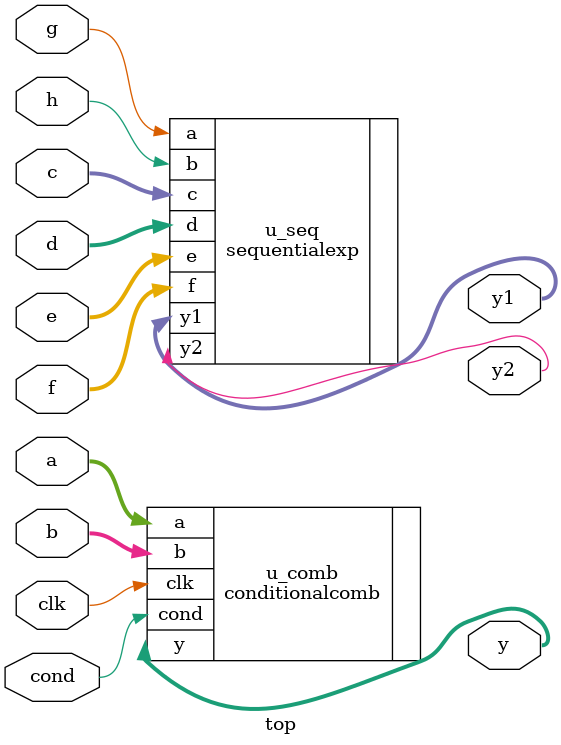
<source format=v>
module top(clk, cond, a, b, c, d, e, f, g, h, y, y1, y2); 

input clk, cond, g, h;
input [7:0] a, b, c, d, e, f;
output [7:0] y, y1;
output y2;

conditionalcomb u_comb(.clk(clk),.a(a),.cond(cond),.b(b),.y(y));

sequentialexp u_seq(.a(g),.b(h),.c(c),.d(d),.e(e),.f(f),.y1(y1),.y2(y2));

endmodule




</source>
